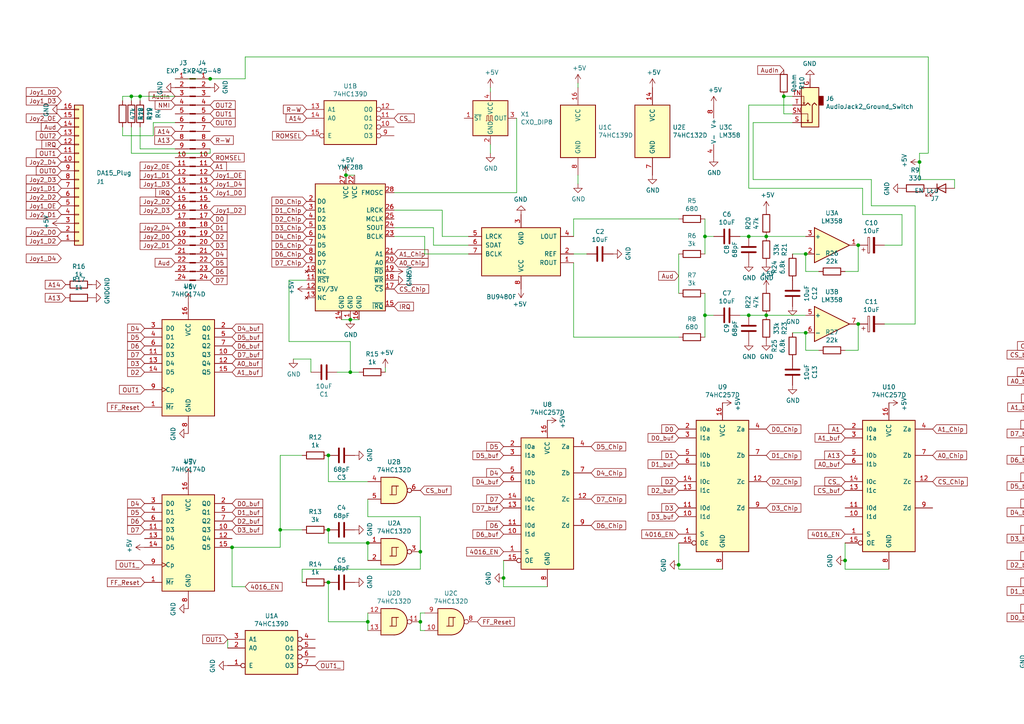
<source format=kicad_sch>
(kicad_sch (version 20230121) (generator eeschema)
  (paper "A4")
  (junction (at 106.68 157.48))
  (junction (at 40.64 27.94))
  (junction (at 81.28 153.67))
  (junction (at 100.33 50.8))
  (junction (at 248.92 71.12))
  (junction (at 196.85 163.83))
  (junction (at 233.68 73.66))
  (junction (at 121.92 160.02))
  (junction (at 266.7 46.99))
  (junction (at 245.11 162.56))
  (junction (at 121.92 180.34))
  (junction (at 227.33 27.94))
  (junction (at 204.47 91.44))
  (junction (at 106.68 180.34))
  (junction (at 222.25 91.44))
  (junction (at 248.92 93.98))
  (junction (at 95.25 153.67))
  (junction (at 300.99 194.31))
  (junction (at 300.99 191.77))
  (junction (at 204.47 68.58))
  (junction (at 95.25 132.08))
  (junction (at 233.68 96.52))
  (junction (at 300.99 196.85))
  (junction (at 95.25 168.91))
  (junction (at 60.96 22.86))
  (junction (at 67.31 158.75))
  (junction (at 217.17 91.44))
  (junction (at 101.6 107.95))
  (junction (at 217.17 68.58))
  (junction (at 146.05 167.64))
  (junction (at 101.6 92.71))
  (junction (at 38.1 27.94))
  (junction (at 222.25 68.58))
  (wire (pts (xy 217.17 91.44) (xy 222.25 91.44)))
  (wire (pts (xy 71.12 16.51) (xy 71.12 22.86)))
  (wire (pts (xy 166.37 63.5) (xy 166.37 68.58)))
  (wire (pts (xy 248.92 71.12) (xy 248.92 78.74)))
  (wire (pts (xy 123.19 73.66) (xy 135.89 73.66)))
  (wire (pts (xy 266.7 52.07) (xy 276.86 52.07)))
  (wire (pts (xy 217.17 30.48) (xy 229.87 30.48)))
  (wire (pts (xy 38.1 44.45) (xy 60.96 44.45)))
  (wire (pts (xy 114.3 55.88) (xy 149.86 55.88)))
  (wire (pts (xy 233.68 101.6) (xy 237.49 101.6)))
  (wire (pts (xy 38.1 27.94) (xy 38.1 29.21)))
  (wire (pts (xy 66.04 185.42) (xy 66.04 187.96)))
  (wire (pts (xy 121.92 177.8) (xy 121.92 180.34)))
  (wire (pts (xy 40.64 27.94) (xy 38.1 27.94)))
  (wire (pts (xy 101.6 99.06) (xy 101.6 107.95)))
  (wire (pts (xy 87.63 165.1) (xy 87.63 168.91)))
  (wire (pts (xy 300.99 194.31) (xy 300.99 196.85)))
  (wire (pts (xy 214.63 68.58) (xy 217.17 68.58)))
  (wire (pts (xy 101.6 107.95) (xy 104.14 107.95)))
  (wire (pts (xy 35.56 27.94) (xy 35.56 29.21)))
  (wire (pts (xy 196.85 165.1) (xy 209.55 165.1)))
  (wire (pts (xy 266.7 44.45) (xy 266.7 46.99)))
  (wire (pts (xy 111.76 106.68) (xy 111.76 107.95)))
  (wire (pts (xy 276.86 52.07) (xy 276.86 54.61)))
  (wire (pts (xy 245.11 157.48) (xy 245.11 162.56)))
  (wire (pts (xy 233.68 68.58) (xy 222.25 68.58)))
  (wire (pts (xy 95.25 157.48) (xy 106.68 157.48)))
  (wire (pts (xy 101.6 107.95) (xy 97.79 107.95)))
  (wire (pts (xy 40.64 36.83) (xy 40.64 43.18)))
  (wire (pts (xy 95.25 180.34) (xy 106.68 180.34)))
  (wire (pts (xy 229.87 35.56) (xy 218.44 35.56)))
  (wire (pts (xy 87.63 132.08) (xy 81.28 132.08)))
  (wire (pts (xy 106.68 177.8) (xy 106.68 180.34)))
  (wire (pts (xy 121.92 160.02) (xy 121.92 149.86)))
  (wire (pts (xy 67.31 170.18) (xy 71.12 170.18)))
  (wire (pts (xy 233.68 96.52) (xy 233.68 101.6)))
  (wire (pts (xy 149.86 55.88) (xy 149.86 34.29)))
  (wire (pts (xy 83.82 81.28) (xy 83.82 99.06)))
  (wire (pts (xy 265.43 93.98) (xy 256.54 93.98)))
  (wire (pts (xy 266.7 46.99) (xy 266.7 52.07)))
  (wire (pts (xy 104.14 92.71) (xy 101.6 92.71)))
  (wire (pts (xy 88.9 81.28) (xy 83.82 81.28)))
  (wire (pts (xy 300.99 196.85) (xy 300.99 199.39)))
  (wire (pts (xy 128.27 60.96) (xy 114.3 60.96)))
  (wire (pts (xy 300.99 191.77) (xy 300.99 194.31)))
  (wire (pts (xy 233.68 73.66) (xy 233.68 78.74)))
  (wire (pts (xy 196.85 163.83) (xy 196.85 165.1)))
  (wire (pts (xy 227.33 33.02) (xy 229.87 33.02)))
  (wire (pts (xy 81.28 153.67) (xy 81.28 158.75)))
  (wire (pts (xy 245.11 165.1) (xy 257.81 165.1)))
  (wire (pts (xy 233.68 96.52) (xy 229.87 96.52)))
  (wire (pts (xy 142.24 41.91) (xy 142.24 44.45)))
  (wire (pts (xy 67.31 158.75) (xy 67.31 170.18)))
  (wire (pts (xy 250.19 62.23) (xy 250.19 54.61)))
  (wire (pts (xy 217.17 54.61) (xy 217.17 30.48)))
  (wire (pts (xy 142.24 26.67) (xy 142.24 25.4)))
  (wire (pts (xy 106.68 139.7) (xy 95.25 139.7)))
  (wire (pts (xy 269.24 44.45) (xy 269.24 16.51)))
  (wire (pts (xy 40.64 43.18) (xy 50.8 43.18)))
  (wire (pts (xy 123.19 73.66) (xy 123.19 68.58)))
  (wire (pts (xy 204.47 85.09) (xy 204.47 91.44)))
  (wire (pts (xy 35.56 36.83) (xy 35.56 39.37)))
  (wire (pts (xy 166.37 97.79) (xy 166.37 76.2)))
  (wire (pts (xy 121.92 160.02) (xy 121.92 165.1)))
  (wire (pts (xy 71.12 22.86) (xy 60.96 22.86)))
  (wire (pts (xy 38.1 36.83) (xy 38.1 44.45)))
  (wire (pts (xy 83.82 99.06) (xy 101.6 99.06)))
  (wire (pts (xy 123.19 68.58) (xy 114.3 68.58)))
  (wire (pts (xy 50.8 22.86) (xy 60.96 22.86)))
  (wire (pts (xy 252.73 59.69) (xy 265.43 59.69)))
  (wire (pts (xy 252.73 52.07) (xy 252.73 59.69)))
  (wire (pts (xy 106.68 180.34) (xy 106.68 182.88)))
  (wire (pts (xy 121.92 180.34) (xy 121.92 182.88)))
  (wire (pts (xy 121.92 182.88) (xy 123.19 182.88)))
  (wire (pts (xy 40.64 27.94) (xy 40.64 29.21)))
  (wire (pts (xy 196.85 73.66) (xy 196.85 85.09)))
  (wire (pts (xy 44.45 39.37) (xy 44.45 35.56)))
  (wire (pts (xy 101.6 92.71) (xy 99.06 92.71)))
  (wire (pts (xy 214.63 91.44) (xy 217.17 91.44)))
  (wire (pts (xy 248.92 93.98) (xy 248.92 101.6)))
  (wire (pts (xy 204.47 68.58) (xy 204.47 73.66)))
  (wire (pts (xy 269.24 44.45) (xy 266.7 44.45)))
  (wire (pts (xy 81.28 158.75) (xy 67.31 158.75)))
  (wire (pts (xy 229.87 27.94) (xy 227.33 27.94)))
  (wire (pts (xy 38.1 27.94) (xy 35.56 27.94)))
  (wire (pts (xy 207.01 68.58) (xy 204.47 68.58)))
  (wire (pts (xy 217.17 68.58) (xy 222.25 68.58)))
  (wire (pts (xy 128.27 68.58) (xy 135.89 68.58)))
  (wire (pts (xy 166.37 97.79) (xy 196.85 97.79)))
  (wire (pts (xy 90.17 104.14) (xy 90.17 107.95)))
  (wire (pts (xy 265.43 59.69) (xy 265.43 93.98)))
  (wire (pts (xy 100.33 50.8) (xy 102.87 50.8)))
  (wire (pts (xy 245.11 162.56) (xy 245.11 165.1)))
  (wire (pts (xy 40.64 27.94) (xy 50.8 27.94)))
  (wire (pts (xy 44.45 35.56) (xy 50.8 35.56)))
  (wire (pts (xy 123.19 177.8) (xy 121.92 177.8)))
  (wire (pts (xy 217.17 54.61) (xy 250.19 54.61)))
  (wire (pts (xy 218.44 52.07) (xy 252.73 52.07)))
  (wire (pts (xy 95.25 139.7) (xy 95.25 132.08)))
  (wire (pts (xy 85.09 104.14) (xy 90.17 104.14)))
  (wire (pts (xy 125.73 71.12) (xy 135.89 71.12)))
  (wire (pts (xy 248.92 78.74) (xy 245.11 78.74)))
  (wire (pts (xy 167.64 24.13) (xy 167.64 25.4)))
  (wire (pts (xy 207.01 91.44) (xy 204.47 91.44)))
  (wire (pts (xy 106.68 149.86) (xy 106.68 144.78)))
  (wire (pts (xy 233.68 91.44) (xy 222.25 91.44)))
  (wire (pts (xy 167.64 50.8) (xy 167.64 53.34)))
  (wire (pts (xy 248.92 101.6) (xy 245.11 101.6)))
  (wire (pts (xy 121.92 149.86) (xy 106.68 149.86)))
  (wire (pts (xy 146.05 162.56) (xy 146.05 167.64)))
  (wire (pts (xy 261.62 62.23) (xy 250.19 62.23)))
  (wire (pts (xy 227.33 27.94) (xy 227.33 33.02)))
  (wire (pts (xy 87.63 153.67) (xy 81.28 153.67)))
  (wire (pts (xy 125.73 66.04) (xy 114.3 66.04)))
  (wire (pts (xy 233.68 78.74) (xy 237.49 78.74)))
  (wire (pts (xy 87.63 165.1) (xy 121.92 165.1)))
  (wire (pts (xy 261.62 62.23) (xy 261.62 71.12)))
  (wire (pts (xy 146.05 167.64) (xy 146.05 170.18)))
  (wire (pts (xy 35.56 39.37) (xy 44.45 39.37)))
  (wire (pts (xy 196.85 157.48) (xy 196.85 163.83)))
  (wire (pts (xy 204.47 63.5) (xy 204.47 68.58)))
  (wire (pts (xy 269.24 16.51) (xy 71.12 16.51)))
  (wire (pts (xy 204.47 91.44) (xy 204.47 97.79)))
  (wire (pts (xy 81.28 132.08) (xy 81.28 153.67)))
  (wire (pts (xy 125.73 71.12) (xy 125.73 66.04)))
  (wire (pts (xy 166.37 63.5) (xy 196.85 63.5)))
  (wire (pts (xy 95.25 168.91) (xy 95.25 180.34)))
  (wire (pts (xy 218.44 35.56) (xy 218.44 52.07)))
  (wire (pts (xy 170.18 73.66) (xy 166.37 73.66)))
  (wire (pts (xy 146.05 170.18) (xy 158.75 170.18)))
  (wire (pts (xy 106.68 162.56) (xy 106.68 157.48)))
  (wire (pts (xy 128.27 68.58) (xy 128.27 60.96)))
  (wire (pts (xy 60.96 44.45) (xy 60.96 43.18)))
  (wire (pts (xy 95.25 157.48) (xy 95.25 153.67)))
  (wire (pts (xy 261.62 71.12) (xy 256.54 71.12)))
  (wire (pts (xy 233.68 73.66) (xy 229.87 73.66)))
  (global_label "A1_Chip" (shape input) (at 323.85 110.49 0) (property "Intersheetrefs" "${INTERSHEET_REFS}" (effects hide)))
  (global_label "Joy1_D1" (shape input) (at 17.78 54.61 180) (property "Intersheetrefs" "${INTERSHEET_REFS}" (effects hide)))
  (global_label "Joy1_D2" (shape input) (at 17.78 69.85 180) (property "Intersheetrefs" "${INTERSHEET_REFS}" (effects hide)))
  (global_label "OUT1" (shape input) (at 41.91 113.03 180) (property "Intersheetrefs" "${INTERSHEET_REFS}" (effects hide)))
  (global_label "D7_Chip" (shape input) (at 171.45 144.78 0) (property "Intersheetrefs" "${INTERSHEET_REFS}" (effects hide)))
  (global_label "OUT1" (shape input) (at 17.78 44.45 180) (property "Intersheetrefs" "${INTERSHEET_REFS}" (effects hide)))
  (global_label "D3_Chip" (shape input) (at 323.85 123.19 0) (property "Intersheetrefs" "${INTERSHEET_REFS}" (effects hide)))
  (global_label "FF_Reset" (shape input) (at 41.91 168.91 180) (property "Intersheetrefs" "${INTERSHEET_REFS}" (effects hide)))
  (global_label "CS_buf" (shape input) (at 121.92 142.24 0) (property "Intersheetrefs" "${INTERSHEET_REFS}" (effects hide)))
  (global_label "A13" (shape input) (at 300.99 107.95 180) (property "Intersheetrefs" "${INTERSHEET_REFS}" (effects hide)))
  (global_label "D6_buf" (shape input) (at 146.05 154.94 180) (property "Intersheetrefs" "${INTERSHEET_REFS}" (effects hide)))
  (global_label "D4" (shape input) (at 41.91 146.05 180) (property "Intersheetrefs" "${INTERSHEET_REFS}" (effects hide)))
  (global_label "D5_buf" (shape input) (at 300.99 140.97 180) (property "Intersheetrefs" "${INTERSHEET_REFS}" (effects hide)))
  (global_label "R-W" (shape input) (at 88.9 31.75 180) (property "Intersheetrefs" "${INTERSHEET_REFS}" (effects hide)))
  (global_label "D4_buf" (shape input) (at 146.05 139.7 180) (property "Intersheetrefs" "${INTERSHEET_REFS}" (effects hide)))
  (global_label "A0_Chip" (shape input) (at 323.85 107.95 0) (property "Intersheetrefs" "${INTERSHEET_REFS}" (effects hide)))
  (global_label "D7_Chip" (shape input) (at 88.9 76.2 180) (property "Intersheetrefs" "${INTERSHEET_REFS}" (effects hide)))
  (global_label "D7_buf" (shape input) (at 67.31 102.87 0) (property "Intersheetrefs" "${INTERSHEET_REFS}" (effects hide)))
  (global_label "OUT0" (shape input) (at 60.96 35.56 0) (property "Intersheetrefs" "${INTERSHEET_REFS}" (effects hide)))
  (global_label "D0" (shape input) (at 300.99 176.53 180) (property "Intersheetrefs" "${INTERSHEET_REFS}" (effects hide)))
  (global_label "D7" (shape input) (at 41.91 153.67 180) (property "Intersheetrefs" "${INTERSHEET_REFS}" (effects hide)))
  (global_label "A13" (shape input) (at 19.05 86.36 180) (property "Intersheetrefs" "${INTERSHEET_REFS}" (effects hide)))
  (global_label "AudIn" (shape input) (at 227.33 20.32 180) (property "Intersheetrefs" "${INTERSHEET_REFS}" (effects hide)))
  (global_label "CS_" (shape input) (at 245.11 139.7 180) (property "Intersheetrefs" "${INTERSHEET_REFS}" (effects hide)))
  (global_label "4016_EN" (shape input) (at 71.12 170.18 0) (property "Intersheetrefs" "${INTERSHEET_REFS}" (effects hide)))
  (global_label "Joy2_OE" (shape input) (at 17.78 34.29 180) (property "Intersheetrefs" "${INTERSHEET_REFS}" (effects hide)))
  (global_label "D3_Chip" (shape input) (at 88.9 66.04 180) (property "Intersheetrefs" "${INTERSHEET_REFS}" (effects hide)))
  (global_label "4016_EN" (shape input) (at 245.11 154.94 180) (property "Intersheetrefs" "${INTERSHEET_REFS}" (effects hide)))
  (global_label "D5" (shape input) (at 146.05 129.54 180) (property "Intersheetrefs" "${INTERSHEET_REFS}" (effects hide)))
  (global_label "A14" (shape input) (at 19.05 82.55 180) (property "Intersheetrefs" "${INTERSHEET_REFS}" (effects hide)))
  (global_label "D5_Chip" (shape input) (at 88.9 71.12 180) (property "Intersheetrefs" "${INTERSHEET_REFS}" (effects hide)))
  (global_label "Joy1_D2" (shape input) (at 60.96 60.96 0) (property "Intersheetrefs" "${INTERSHEET_REFS}" (effects hide)))
  (global_label "4016_EN" (shape input) (at 323.85 138.43 0) (property "Intersheetrefs" "${INTERSHEET_REFS}" (effects hide)))
  (global_label "OUT2" (shape input) (at 60.96 30.48 0) (property "Intersheetrefs" "${INTERSHEET_REFS}" (effects hide)))
  (global_label "D1_buf" (shape input) (at 300.99 171.45 180) (property "Intersheetrefs" "${INTERSHEET_REFS}" (effects hide)))
  (global_label "D0_Chip" (shape input) (at 323.85 130.81 0) (property "Intersheetrefs" "${INTERSHEET_REFS}" (effects hide)))
  (global_label "D4" (shape input) (at 146.05 137.16 180) (property "Intersheetrefs" "${INTERSHEET_REFS}" (effects hide)))
  (global_label "Joy1_OE" (shape input) (at 60.96 50.8 0) (property "Intersheetrefs" "${INTERSHEET_REFS}" (effects hide)))
  (global_label "D2_Chip" (shape input) (at 323.85 125.73 0) (property "Intersheetrefs" "${INTERSHEET_REFS}" (effects hide)))
  (global_label "D4" (shape input) (at 300.99 146.05 180) (property "Intersheetrefs" "${INTERSHEET_REFS}" (effects hide)))
  (global_label "CS_" (shape input) (at 300.99 100.33 180) (property "Intersheetrefs" "${INTERSHEET_REFS}" (effects hide)))
  (global_label "D5_Chip" (shape input) (at 171.45 129.54 0) (property "Intersheetrefs" "${INTERSHEET_REFS}" (effects hide)))
  (global_label "CS_buf" (shape input) (at 245.11 142.24 180) (property "Intersheetrefs" "${INTERSHEET_REFS}" (effects hide)))
  (global_label "Joy2_D4" (shape input) (at 17.78 46.99 180) (property "Intersheetrefs" "${INTERSHEET_REFS}" (effects hide)))
  (global_label "A14" (shape input) (at 50.8 38.1 180) (property "Intersheetrefs" "${INTERSHEET_REFS}" (effects hide)))
  (global_label "A1" (shape input) (at 60.96 48.26 0) (property "Intersheetrefs" "${INTERSHEET_REFS}" (effects hide)))
  (global_label "R-W" (shape input) (at 60.96 40.64 0) (property "Intersheetrefs" "${INTERSHEET_REFS}" (effects hide)))
  (global_label "Joy1_D0" (shape input) (at 60.96 55.88 0) (property "Intersheetrefs" "${INTERSHEET_REFS}" (effects hide)))
  (global_label "A0_buf" (shape input) (at 245.11 134.62 180) (property "Intersheetrefs" "${INTERSHEET_REFS}" (effects hide)))
  (global_label "D1" (shape input) (at 196.85 132.08 180) (property "Intersheetrefs" "${INTERSHEET_REFS}" (effects hide)))
  (global_label "D7_buf" (shape input) (at 300.99 125.73 180) (property "Intersheetrefs" "${INTERSHEET_REFS}" (effects hide)))
  (global_label "D4_Chip" (shape input) (at 88.9 68.58 180) (property "Intersheetrefs" "${INTERSHEET_REFS}" (effects hide)))
  (global_label "Joy1_D4" (shape input) (at 60.96 53.34 0) (property "Intersheetrefs" "${INTERSHEET_REFS}" (effects hide)))
  (global_label "D4" (shape input) (at 41.91 95.25 180) (property "Intersheetrefs" "${INTERSHEET_REFS}" (effects hide)))
  (global_label "D5" (shape input) (at 41.91 148.59 180) (property "Intersheetrefs" "${INTERSHEET_REFS}" (effects hide)))
  (global_label "Aud" (shape input) (at 50.8 76.2 180) (property "Intersheetrefs" "${INTERSHEET_REFS}" (effects hide)))
  (global_label "AudIn" (shape input) (at 50.8 27.94 180) (property "Intersheetrefs" "${INTERSHEET_REFS}" (effects hide)))
  (global_label "Aud" (shape input) (at 196.85 80.01 180) (property "Intersheetrefs" "${INTERSHEET_REFS}" (effects hide)))
  (global_label "D3_buf" (shape input) (at 196.85 149.86 180) (property "Intersheetrefs" "${INTERSHEET_REFS}" (effects hide)))
  (global_label "A0_buf" (shape input) (at 67.31 105.41 0) (property "Intersheetrefs" "${INTERSHEET_REFS}" (effects hide)))
  (global_label "FF_Reset" (shape input) (at 138.43 180.34 0) (property "Intersheetrefs" "${INTERSHEET_REFS}" (effects hide)))
  (global_label "D7" (shape input) (at 300.99 123.19 180) (property "Intersheetrefs" "${INTERSHEET_REFS}" (effects hide)))
  (global_label "D5_buf" (shape input) (at 146.05 132.08 180) (property "Intersheetrefs" "${INTERSHEET_REFS}" (effects hide)))
  (global_label "A1_buf" (shape input) (at 300.99 118.11 180) (property "Intersheetrefs" "${INTERSHEET_REFS}" (effects hide)))
  (global_label "Joy1_D1" (shape input) (at 50.8 50.8 180) (property "Intersheetrefs" "${INTERSHEET_REFS}" (effects hide)))
  (global_label "CS_Chip" (shape input) (at 114.3 83.82 0) (property "Intersheetrefs" "${INTERSHEET_REFS}" (effects hide)))
  (global_label "D5" (shape input) (at 60.96 76.2 0) (property "Intersheetrefs" "${INTERSHEET_REFS}" (effects hide)))
  (global_label "OUT1_" (shape input) (at 91.44 193.04 0) (property "Intersheetrefs" "${INTERSHEET_REFS}" (effects hide)))
  (global_label "D0" (shape input) (at 196.85 124.46 180) (property "Intersheetrefs" "${INTERSHEET_REFS}" (effects hide)))
  (global_label "D5" (shape input) (at 300.99 138.43 180) (property "Intersheetrefs" "${INTERSHEET_REFS}" (effects hide)))
  (global_label "D2" (shape input) (at 300.99 161.29 180) (property "Intersheetrefs" "${INTERSHEET_REFS}" (effects hide)))
  (global_label "D6" (shape input) (at 60.96 78.74 0) (property "Intersheetrefs" "${INTERSHEET_REFS}" (effects hide)))
  (global_label "D0_buf" (shape input) (at 196.85 127 180) (property "Intersheetrefs" "${INTERSHEET_REFS}" (effects hide)))
  (global_label "D5_buf" (shape input) (at 67.31 97.79 0) (property "Intersheetrefs" "${INTERSHEET_REFS}" (effects hide)))
  (global_label "FF_Reset" (shape input) (at 41.91 118.11 180) (property "Intersheetrefs" "${INTERSHEET_REFS}" (effects hide)))
  (global_label "D7" (shape input) (at 146.05 144.78 180) (property "Intersheetrefs" "${INTERSHEET_REFS}" (effects hide)))
  (global_label "D4" (shape input) (at 60.96 73.66 0) (property "Intersheetrefs" "${INTERSHEET_REFS}" (effects hide)))
  (global_label "CS_" (shape input) (at 114.3 34.29 0) (property "Intersheetrefs" "${INTERSHEET_REFS}" (effects hide)))
  (global_label "4016_EN" (shape input) (at 196.85 154.94 180) (property "Intersheetrefs" "${INTERSHEET_REFS}" (effects hide)))
  (global_label "Joy2_D4" (shape input) (at 50.8 66.04 180) (property "Intersheetrefs" "${INTERSHEET_REFS}" (effects hide)))
  (global_label "D1_Chip" (shape input) (at 222.25 132.08 0) (property "Intersheetrefs" "${INTERSHEET_REFS}" (effects hide)))
  (global_label "OUT1_" (shape input) (at 41.91 163.83 180) (property "Intersheetrefs" "${INTERSHEET_REFS}" (effects hide)))
  (global_label "D3" (shape input) (at 60.96 71.12 0) (property "Intersheetrefs" "${INTERSHEET_REFS}" (effects hide)))
  (global_label "D5_Chip" (shape input) (at 323.85 118.11 0) (property "Intersheetrefs" "${INTERSHEET_REFS}" (effects hide)))
  (global_label "Joy2_D1" (shape input) (at 50.8 71.12 180) (property "Intersheetrefs" "${INTERSHEET_REFS}" (effects hide)))
  (global_label "CS_buf" (shape input) (at 300.99 102.87 180) (property "Intersheetrefs" "${INTERSHEET_REFS}" (effects hide)))
  (global_label "ROMSEL" (shape input) (at 88.9 39.37 180) (property "Intersheetrefs" "${INTERSHEET_REFS}" (effects hide)))
  (global_label "D1_buf" (shape input) (at 196.85 134.62 180) (property "Intersheetrefs" "${INTERSHEET_REFS}" (effects hide)))
  (global_label "D6" (shape input) (at 300.99 130.81 180) (property "Intersheetrefs" "${INTERSHEET_REFS}" (effects hide)))
  (global_label "Joy2_D2" (shape input) (at 50.8 58.42 180) (property "Intersheetrefs" "${INTERSHEET_REFS}" (effects hide)))
  (global_label "CS_Chip" (shape input) (at 270.51 139.7 0) (property "Intersheetrefs" "${INTERSHEET_REFS}" (effects hide)))
  (global_label "A0_Chip" (shape input) (at 114.3 76.2 0) (property "Intersheetrefs" "${INTERSHEET_REFS}" (effects hide)))
  (global_label "Joy2_OE" (shape input) (at 50.8 48.26 180) (property "Intersheetrefs" "${INTERSHEET_REFS}" (effects hide)))
  (global_label "OUT0" (shape input) (at 17.78 49.53 180) (property "Intersheetrefs" "${INTERSHEET_REFS}" (effects hide)))
  (global_label "D0_Chip" (shape input) (at 222.25 124.46 0) (property "Intersheetrefs" "${INTERSHEET_REFS}" (effects hide)))
  (global_label "ROMSEL" (shape input) (at 60.96 45.72 0) (property "Intersheetrefs" "${INTERSHEET_REFS}" (effects hide)))
  (global_label "A1_Chip" (shape input) (at 270.51 124.46 0) (property "Intersheetrefs" "${INTERSHEET_REFS}" (effects hide)))
  (global_label "A1_Chip" (shape input) (at 114.3 73.66 0) (property "Intersheetrefs" "${INTERSHEET_REFS}" (effects hide)))
  (global_label "A1" (shape input) (at 245.11 124.46 180) (property "Intersheetrefs" "${INTERSHEET_REFS}" (effects hide)))
  (global_label "Joy1_D3" (shape input) (at 17.78 29.21 180) (property "Intersheetrefs" "${INTERSHEET_REFS}" (effects hide)))
  (global_label "D0_Chip" (shape input) (at 88.9 58.42 180) (property "Intersheetrefs" "${INTERSHEET_REFS}" (effects hide)))
  (global_label "D6" (shape input) (at 41.91 100.33 180) (property "Intersheetrefs" "${INTERSHEET_REFS}" (effects hide)))
  (global_label "D6" (shape input) (at 41.91 151.13 180) (property "Intersheetrefs" "${INTERSHEET_REFS}" (effects hide)))
  (global_label "D2_buf" (shape input) (at 67.31 151.13 0) (property "Intersheetrefs" "${INTERSHEET_REFS}" (effects hide)))
  (global_label "D6_buf" (shape input) (at 67.31 100.33 0) (property "Intersheetrefs" "${INTERSHEET_REFS}" (effects hide)))
  (global_label "D1_Chip" (shape input) (at 88.9 60.96 180) (property "Intersheetrefs" "${INTERSHEET_REFS}" (effects hide)))
  (global_label "Joy2_D3" (shape input) (at 17.78 52.07 180) (property "Intersheetrefs" "${INTERSHEET_REFS}" (effects hide)))
  (global_label "OUT1" (shape input) (at 66.04 185.42 180) (property "Intersheetrefs" "${INTERSHEET_REFS}" (effects hide)))
  (global_label "4016_EN" (shape input) (at 146.05 160.02 180) (property "Intersheetrefs" "${INTERSHEET_REFS}" (effects hide)))
  (global_label "D2" (shape input) (at 60.96 68.58 0) (property "Intersheetrefs" "${INTERSHEET_REFS}" (effects hide)))
  (global_label "D6_buf" (shape input) (at 300.99 133.35 180) (property "Intersheetrefs" "${INTERSHEET_REFS}" (effects hide)))
  (global_label "A1_buf" (shape input) (at 245.11 127 180) (property "Intersheetrefs" "${INTERSHEET_REFS}" (effects hide)))
  (global_label "Joy1_D0" (shape input) (at 17.78 26.67 180) (property "Intersheetrefs" "${INTERSHEET_REFS}" (effects hide)))
  (global_label "D1_buf" (shape input) (at 67.31 148.59 0) (property "Intersheetrefs" "${INTERSHEET_REFS}" (effects hide)))
  (global_label "D7" (shape input) (at 60.96 81.28 0) (property "Intersheetrefs" "${INTERSHEET_REFS}" (effects hide)))
  (global_label "IRQ" (shape input) (at 17.78 41.91 180) (property "Intersheetrefs" "${INTERSHEET_REFS}" (effects hide)))
  (global_label "Joy2_D2" (shape input) (at 17.78 57.15 180) (property "Intersheetrefs" "${INTERSHEET_REFS}" (effects hide)))
  (global_label "D7_Chip" (shape input) (at 323.85 113.03 0) (property "Intersheetrefs" "${INTERSHEET_REFS}" (effects hide)))
  (global_label "Joy1_OE" (shape input) (at 17.78 59.69 180) (property "Intersheetrefs" "${INTERSHEET_REFS}" (effects hide)))
  (global_label "D1" (shape input) (at 60.96 66.04 0) (property "Intersheetrefs" "${INTERSHEET_REFS}" (effects hide)))
  (global_label "D4_Chip" (shape input) (at 171.45 137.16 0) (property "Intersheetrefs" "${INTERSHEET_REFS}" (effects hide)))
  (global_label "D2" (shape input) (at 41.91 107.95 180) (property "Intersheetrefs" "${INTERSHEET_REFS}" (effects hide)))
  (global_label "A1" (shape input) (at 300.99 115.57 180) (property "Intersheetrefs" "${INTERSHEET_REFS}" (effects hide)))
  (global_label "OUT2" (shape input) (at 17.78 39.37 180) (property "Intersheetrefs" "${INTERSHEET_REFS}" (effects hide)))
  (global_label "D0" (shape input) (at 60.96 63.5 0) (property "Intersheetrefs" "${INTERSHEET_REFS}" (effects hide)))
  (global_label "D6_Chip" (shape input) (at 88.9 73.66 180) (property "Intersheetrefs" "${INTERSHEET_REFS}" (effects hide)))
  (global_label "NMI" (shape input) (at 50.8 30.48 180) (property "Intersheetrefs" "${INTERSHEET_REFS}" (effects hide)))
  (global_label "Joy1_D4" (shape input) (at 17.78 74.93 180) (property "Intersheetrefs" "${INTERSHEET_REFS}" (effects hide)))
  (global_label "A14" (shape input) (at 88.9 34.29 180) (property "Intersheetrefs" "${INTERSHEET_REFS}" (effects hide)))
  (global_label "D3" (shape input) (at 300.99 153.67 180) (property "Intersheetrefs" "${INTERSHEET_REFS}" (effects hide)))
  (global_label "IRQ" (shape input) (at 50.8 55.88 180) (property "Intersheetrefs" "${INTERSHEET_REFS}" (effects hide)))
  (global_label "Joy1_D3" (shape input) (at 50.8 53.34 180) (property "Intersheetrefs" "${INTERSHEET_REFS}" (effects hide)))
  (global_label "Joy2_D0" (shape input) (at 17.78 67.31 180) (property "Intersheetrefs" "${INTERSHEET_REFS}" (effects hide)))
  (global_label "D2_Chip" (shape input) (at 88.9 63.5 180) (property "Intersheetrefs" "${INTERSHEET_REFS}" (effects hide)))
  (global_label "CS_Chip" (shape input) (at 323.85 105.41 0) (property "Intersheetrefs" "${INTERSHEET_REFS}" (effects hide)))
  (global_label "D6_Chip" (shape input) (at 323.85 115.57 0) (property "Intersheetrefs" "${INTERSHEET_REFS}" (effects hide)))
  (global_label "Joy2_D0" (shape input) (at 50.8 68.58 180) (property "Intersheetrefs" "${INTERSHEET_REFS}" (effects hide)))
  (global_label "D4_Chip" (shape input) (at 323.85 120.65 0) (property "Intersheetrefs" "${INTERSHEET_REFS}" (effects hide)))
  (global_label "D3" (shape input) (at 41.91 105.41 180) (property "Intersheetrefs" "${INTERSHEET_REFS}" (effects hide)))
  (global_label "D3_buf" (shape input) (at 67.31 153.67 0) (property "Intersheetrefs" "${INTERSHEET_REFS}" (effects hide)))
  (global_label "D6" (shape input) (at 146.05 152.4 180) (property "Intersheetrefs" "${INTERSHEET_REFS}" (effects hide)))
  (global_label "OUT1" (shape input) (at 60.96 33.02 0) (property "Intersheetrefs" "${INTERSHEET_REFS}" (effects hide)))
  (global_label "D6_Chip" (shape input) (at 171.45 152.4 0) (property "Intersheetrefs" "${INTERSHEET_REFS}" (effects hide)))
  (global_label "D7_buf" (shape input) (at 146.05 147.32 180) (property "Intersheetrefs" "${INTERSHEET_REFS}" (effects hide)))
  (global_label "D3" (shape input) (at 196.85 147.32 180) (property "Intersheetrefs" "${INTERSHEET_REFS}" (effects hide)))
  (global_label "D5" (shape input) (at 41.91 97.79 180) (property "Intersheetrefs" "${INTERSHEET_REFS}" (effects hide)))
  (global_label "IRQ" (shape input) (at 114.3 88.9 0) (property "Intersheetrefs" "${INTERSHEET_REFS}" (effects hide)))
  (global_label "D1" (shape input) (at 300.99 168.91 180) (property "Intersheetrefs" "${INTERSHEET_REFS}" (effects hide)))
  (global_label "Joy2_D3" (shape input) (at 50.8 60.96 180) (property "Intersheetrefs" "${INTERSHEET_REFS}" (effects hide)))
  (global_label "D7" (shape input) (at 41.91 102.87 180) (property "Intersheetrefs" "${INTERSHEET_REFS}" (effects hide)))
  (global_label "D1_Chip" (shape input) (at 323.85 128.27 0) (property "Intersheetrefs" "${INTERSHEET_REFS}" (effects hide)))
  (global_label "D4_buf" (shape input) (at 300.99 148.59 180) (property "Intersheetrefs" "${INTERSHEET_REFS}" (effects hide)))
  (global_label "A13" (shape input) (at 50.8 40.64 180) (property "Intersheetrefs" "${INTERSHEET_REFS}" (effects hide)))
  (global_label "A1_buf" (shape input) (at 67.31 107.95 0) (property "Intersheetrefs" "${INTERSHEET_REFS}" (effects hide)))
  (global_label "A0_Chip" (shape input) (at 270.51 132.08 0) (property "Intersheetrefs" "${INTERSHEET_REFS}" (effects hide)))
  (global_label "D2" (shape input) (at 196.85 139.7 180) (property "Intersheetrefs" "${INTERSHEET_REFS}" (effects hide)))
  (global_label "A0_buf" (shape input) (at 300.99 110.49 180) (property "Intersheetrefs" "${INTERSHEET_REFS}" (effects hide)))
  (global_label "D2_Chip" (shape input) (at 222.25 139.7 0) (property "Intersheetrefs" "${INTERSHEET_REFS}" (effects hide)))
  (global_label "A13" (shape input) (at 245.11 132.08 180) (property "Intersheetrefs" "${INTERSHEET_REFS}" (effects hide)))
  (global_label "Joy2_D1" (shape input) (at 17.78 62.23 180) (property "Intersheetrefs" "${INTERSHEET_REFS}" (effects hide)))
  (global_label "D2_buf" (shape input) (at 196.85 142.24 180) (property "Intersheetrefs" "${INTERSHEET_REFS}" (effects hide)))
  (global_label "D4_buf" (shape input) (at 67.31 95.25 0) (property "Intersheetrefs" "${INTERSHEET_REFS}" (effects hide)))
  (global_label "D3_Chip" (shape input) (at 222.25 147.32 0) (property "Intersheetrefs" "${INTERSHEET_REFS}" (effects hide)))
  (global_label "D0_buf" (shape input) (at 300.99 179.07 180) (property "Intersheetrefs" "${INTERSHEET_REFS}" (effects hide)))
  (global_label "D2_buf" (shape input) (at 300.99 163.83 180) (property "Intersheetrefs" "${INTERSHEET_REFS}" (effects hide)))
  (global_label "D0_buf" (shape input) (at 67.31 146.05 0) (property "Intersheetrefs" "${INTERSHEET_REFS}" (effects hide)))
  (global_label "D3_buf" (shape input) (at 300.99 156.21 180) (property "Intersheetrefs" "${INTERSHEET_REFS}" (effects hide)))
  (global_label "Aud" (shape input) (at 17.78 36.83 180) (property "Intersheetrefs" "${INTERSHEET_REFS}" (effects hide)))
  (symbol (lib_id "NES Sound Expansion OPNA:YMF288") (at 101.6 81.28 0) (unit 1)
    (property "Reference" "YMF288" (effects hide))
    (property "Value" "YMF288" (at 101.6 48.514 0))
    (property "Footprint" "Nes Sound Expansion OPNA:YMF288" (effects hide))
    (property "Datasheet" "http://www.ym2149.com/ym2149.pdf" (effects hide))
  )
  (symbol (lib_id "Connector:Conn_01x24_Male") (at 55.88 50.8 0) (unit 1)
    (property "Reference" "J4" (at 58.6232 18.2626 0))
    (property "Value" "EXP 25-48" (at 58.6232 20.574 0))
    (property "Footprint" "Connector_PinHeader_2.54mm:PinHeader_1x24_P2.54mm_Vertical" (effects hide))
  )
  (symbol (lib_id "Connector:Conn_01x24_Male") (at 55.88 50.8 0) (mirror y) (unit 1)
    (property "Reference" "J3" (at 53.1368 18.2626 0))
    (property "Value" "EXP 1-24" (at 53.1368 20.574 0))
    (property "Footprint" "Connector_PinHeader_2.54mm:PinHeader_1x24_P2.54mm_Vertical" (effects hide))
  )
  (symbol (lib_id "power:GND") (at 101.6 92.71 0) (unit 1)
    (property "Reference" "#PWR0101" (effects hide))
    (property "Value" "GND" (at 101.727 97.1042 0))
  )
  (symbol (lib_id "NES Sound Expansion OPNA:BU9480F") (at 151.13 63.5 180) (unit 1)
    (property "Reference" "BU9480F1" (effects hide))
    (property "Value" "BU9480F" (at 145.415 86.106 0))
    (property "Footprint" "Package_SO:SOIC-8_3.9x4.9mm_P1.27mm" (effects hide))
    (property "Datasheet" "https://www.analog.com/media/en/technical-documentation/data-sheets/DAC08.pdf" (effects hide))
  )
  (symbol (lib_id "power:+5V") (at 151.13 83.82 180) (unit 1)
    (property "Reference" "#PWR0103" (effects hide))
    (property "Value" "+5V" (at 150.749 88.2142 0))
  )
  (symbol (lib_id "power:+5V") (at 100.33 50.8 0) (unit 1)
    (property "Reference" "#PWR03" (effects hide))
    (property "Value" "+5V" (at 100.711 46.4058 0))
  )
  (symbol (lib_id "power:GND") (at 85.09 104.14 0) (unit 1)
    (property "Reference" "#PWR04" (effects hide))
    (property "Value" "GND" (at 85.217 108.5342 0))
  )
  (symbol (lib_id "74xx:74LS139") (at 78.74 187.96 0) (unit 1)
    (property "Reference" "U1" (at 78.74 178.6382 0))
    (property "Value" "74HC139D" (at 78.74 180.9496 0))
    (property "Footprint" "Package_SO:SOIC-16_3.9x9.9mm_P1.27mm" (effects hide))
    (property "Datasheet" "http://www.ti.com/lit/ds/symlink/sn74ls139a.pdf" (effects hide))
    (property "Sim.Device" "SPICE" (effects hide))
    (property "Sim.Params" "type=\"X\" model=\"74HC139\" lib=\"C:\\Users\\Perkka\\Documents\\Kicad\\Models\\uncategorized\\Bordodynovs Electronics Lib\\sub\\74hc.lib\"" (effects hide))
    (property "Sim.Pins" "1=1 2=2 3=3 4=4 5=5 6=6 7=7 8=8 9=9 10=10 11=11 12=12 13=13 14=14 15=15 16=16" (effects hide))
  )
  (symbol (lib_id "74xx:74LS139") (at 167.64 38.1 0) (unit 3)
    (property "Reference" "U1" (at 173.482 36.9316 0) (effects (justify left)))
    (property "Value" "74HC139D" (at 173.482 39.243 0) (effects (justify left)))
    (property "Footprint" "Package_SO:SOIC-16_3.9x9.9mm_P1.27mm" (effects hide))
    (property "Datasheet" "http://www.ti.com/lit/ds/symlink/sn74ls139a.pdf" (effects hide))
  )
  (symbol (lib_id "74xx:74LS139") (at 101.6 34.29 0) (unit 2)
    (property "Reference" "U1" (at 101.6 24.9682 0))
    (property "Value" "74HC139D" (at 101.6 27.2796 0))
    (property "Footprint" "Package_SO:SOIC-16_3.9x9.9mm_P1.27mm" (effects hide))
    (property "Datasheet" "http://www.ti.com/lit/ds/symlink/sn74ls139a.pdf" (effects hide))
  )
  (symbol (lib_id "power:GND") (at 167.64 53.34 0) (unit 1)
    (property "Reference" "#PWR02" (effects hide))
    (property "Value" "GND" (at 167.767 57.7342 0))
  )
  (symbol (lib_id "Device:C") (at 93.98 107.95 270) (unit 1)
    (property "Reference" "C1" (at 93.98 114.3508 90))
    (property "Value" "10uF" (at 93.98 112.0394 90))
    (property "Footprint" "Capacitor_SMD:C_0805_2012Metric" (effects hide))
  )
  (symbol (lib_id "power:+5V") (at 111.76 106.68 0) (unit 1)
    (property "Reference" "#PWR05" (effects hide))
    (property "Value" "+5V" (at 112.141 102.2858 0))
  )
  (symbol (lib_id "power:+5V") (at 167.64 24.13 0) (unit 1)
    (property "Reference" "#PWR01" (effects hide))
    (property "Value" "+5V" (at 168.021 19.7358 0))
  )
  (symbol (lib_id "Oscillator:SG-5032CAN") (at 142.24 34.29 0) (unit 1)
    (property "Reference" "X1" (at 150.9776 33.1216 0) (effects (justify left)))
    (property "Value" "CXO_DIP8" (at 150.9776 35.433 0) (effects (justify left)))
    (property "Footprint" "Oscillator:Oscillator_SMD_SeikoEpson_SG8002LB-4Pin_5.0x3.2mm" (effects hide))
    (property "Datasheet" "http://cdn-reichelt.de/documents/datenblatt/B400/OSZI.pdf" (effects hide))
  )
  (symbol (lib_id "power:+5V") (at 142.24 25.4 0) (unit 1)
    (property "Reference" "#PWR06" (effects hide))
    (property "Value" "+5V" (at 142.621 21.0058 0))
  )
  (symbol (lib_id "power:GND") (at 142.24 44.45 0) (unit 1)
    (property "Reference" "#PWR07" (effects hide))
    (property "Value" "GND" (at 142.367 48.8442 0))
  )
  (symbol (lib_id "Nes-Sound-Expansion-rescue:CP-Device") (at 252.73 71.12 90) (unit 1)
    (property "Reference" "C10" (at 252.73 64.643 90))
    (property "Value" "10uF" (at 252.73 66.9544 90))
    (property "Footprint" "Capacitor_SMD:CP_Elec_4x5.3" (effects hide))
  )
  (symbol (lib_id "Device:R") (at 200.66 63.5 270) (unit 1)
    (property "Reference" "R5" (at 200.66 58.2422 90))
    (property "Value" "680" (at 200.66 60.5536 90))
    (property "Footprint" "Resistor_SMD:R_0603_1608Metric" (effects hide))
  )
  (symbol (lib_id "Device:R") (at 200.66 73.66 270) (unit 1)
    (property "Reference" "R6" (at 200.66 68.4022 90))
    (property "Value" "3k" (at 200.66 70.7136 90))
    (property "Footprint" "Resistor_SMD:R_0603_1608Metric" (effects hide))
  )
  (symbol (lib_id "Device:R") (at 200.66 85.09 270) (unit 1)
    (property "Reference" "R7" (at 200.66 79.8322 90))
    (property "Value" "3k" (at 200.66 82.1436 90))
    (property "Footprint" "Resistor_SMD:R_0603_1608Metric" (effects hide))
  )
  (symbol (lib_id "Device:R") (at 200.66 97.79 270) (unit 1)
    (property "Reference" "R8" (at 200.66 92.5322 90))
    (property "Value" "680" (at 200.66 94.8436 90))
    (property "Footprint" "Resistor_SMD:R_0603_1608Metric" (effects hide))
  )
  (symbol (lib_id "Nes-Sound-Expansion-rescue:CP-Device") (at 252.73 93.98 90) (unit 1)
    (property "Reference" "C11" (at 252.73 87.503 90))
    (property "Value" "10uF" (at 252.73 89.8144 90))
    (property "Footprint" "Capacitor_SMD:CP_Elec_4x5.3" (effects hide))
  )
  (symbol (lib_id "power:GND") (at 151.13 62.23 180) (unit 1)
    (property "Reference" "#PWR0114" (effects hide))
    (property "Value" "GND" (at 151.003 57.8358 0))
  )
  (symbol (lib_id "power:+5V") (at 266.7 46.99 90) (unit 1)
    (property "Reference" "#PWR0118" (effects hide))
    (property "Value" "+5V" (at 262.3058 46.609 0))
  )
  (symbol (lib_id "Device:LED") (at 273.05 54.61 0) (unit 1)
    (property "Reference" "J7" (at 272.3388 57.6072 0) (effects (justify right)))
    (property "Value" "EN LED" (at 272.3388 55.2958 0) (effects (justify right)))
    (property "Footprint" "LED_SMD:LED_0805_2012Metric" (effects hide))
  )
  (symbol (lib_id "Device:R") (at 265.43 54.61 270) (unit 1)
    (property "Reference" "R9" (at 265.43 49.3522 90))
    (property "Value" "330" (at 265.43 51.6636 90))
    (property "Footprint" "Resistor_SMD:R_0603_1608Metric" (effects hide))
  )
  (symbol (lib_id "power:GND") (at 261.62 54.61 270) (unit 1)
    (property "Reference" "#PWR0121" (effects hide))
    (property "Value" "GND" (at 257.2258 54.737 0))
  )
  (symbol (lib_id "power:GND") (at 50.8 25.4 270) (unit 1)
    (property "Reference" "#PWR0119" (effects hide))
    (property "Value" "GND" (at 46.4058 25.527 0))
  )
  (symbol (lib_id "74xx:74LS257") (at 158.75 144.78 0) (unit 1)
    (property "Reference" "U8" (at 158.75 117.3226 0))
    (property "Value" "74HC257D" (at 158.75 119.634 0))
    (property "Footprint" "Package_SO:SOIC-16_3.9x9.9mm_P1.27mm" (effects hide))
    (property "Datasheet" "http://www.ti.com/lit/gpn/sn74LS257" (effects hide))
    (property "Sim.Device" "SPICE" (effects hide))
    (property "Sim.Params" "type=\"X\" model=\"74HC257\" lib=\"C:\\Users\\Perkka\\Documents\\Kicad\\Models\\uncategorized\\Bordodynovs Electronics Lib\\sub\\74hc.lib\"" (effects hide))
    (property "Sim.Pins" "1=1 2=2 3=3 4=4 5=5 6=6 7=7 8=8 9=9 10=10 11=11 12=12 13=13 14=14 15=15 16=16" (effects hide))
  )
  (symbol (lib_id "74xx:74LS174") (at 54.61 105.41 0) (unit 1)
    (property "Reference" "U6" (at 54.61 83.0326 0))
    (property "Value" "74HC174D" (at 54.61 85.344 0))
    (property "Footprint" "Package_SO:SOIC-16_3.9x9.9mm_P1.27mm" (effects hide))
    (property "Datasheet" "http://www.ti.com/lit/gpn/sn74LS174" (effects hide))
    (property "Sim.Device" "SPICE" (effects hide))
    (property "Sim.Params" "type=\"X\" model=\"74HC174\" lib=\"C:\\Users\\Perkka\\Documents\\Kicad\\Models\\Digital Logic\\74HC.LIB\"" (effects hide))
    (property "Sim.Pins" "1=1 2=2 3=3 4=4 5=5 6=6 7=7 8=8 9=9 10=10 11=11 12=12 13=13 14=14 15=15 16=16" (effects hide))
  )
  (symbol (lib_id "74xx:74LS174") (at 54.61 156.21 0) (unit 1)
    (property "Reference" "U7" (at 54.61 133.8326 0))
    (property "Value" "74HC174D" (at 54.61 136.144 0))
    (property "Footprint" "Package_SO:SOIC-16_3.9x9.9mm_P1.27mm" (effects hide))
    (property "Datasheet" "http://www.ti.com/lit/gpn/sn74LS174" (effects hide))
    (property "Sim.Device" "SPICE" (effects hide))
    (property "Sim.Params" "type=\"X\" model=\"74HC174\" lib=\"C:\\Users\\Perkka\\Documents\\Kicad\\Models\\Digital Logic\\74HC.LIB\"" (effects hide))
    (property "Sim.Pins" "1=1 2=2 3=3 4=4 5=5 6=6 7=7 8=8 9=9 10=10 11=11 12=12 13=13 14=14 15=15 16=16" (effects hide))
  )
  (symbol (lib_id "74xx:74LS257") (at 209.55 139.7 0) (unit 1)
    (property "Reference" "U9" (at 209.55 112.2426 0))
    (property "Value" "74HC257D" (at 209.55 114.554 0))
    (property "Footprint" "Package_SO:SOIC-16_3.9x9.9mm_P1.27mm" (effects hide))
    (property "Datasheet" "http://www.ti.com/lit/gpn/sn74LS257" (effects hide))
    (property "Sim.Device" "SPICE" (effects hide))
    (property "Sim.Params" "type=\"X\" model=\"74HC257\" lib=\"C:\\Users\\Perkka\\Documents\\Kicad\\Models\\uncategorized\\Bordodynovs Electronics Lib\\sub\\74hc.lib\"" (effects hide))
    (property "Sim.Pins" "1=1 2=2 3=3 4=4 5=5 6=6 7=7 8=8 9=9 10=10 11=11 12=12 13=13 14=14 15=15 16=16" (effects hide))
  )
  (symbol (lib_id "74xx:74LS132") (at 114.3 142.24 0) (unit 2)
    (property "Reference" "U2" (at 114.3 133.985 0))
    (property "Value" "74HC132D" (at 114.3 136.2964 0))
    (property "Footprint" "Package_SO:SOIC-14_3.9x8.7mm_P1.27mm" (effects hide))
    (property "Datasheet" "http://www.ti.com/lit/gpn/sn74LS132" (effects hide))
    (property "Sim.Device" "SPICE" (effects hide))
    (property "Sim.Params" "type=\"X\" model=\"74HC132\" lib=\"C:\\Users\\Perkka\\Documents\\Kicad\\Models\\Digital Logic\\74HC.LIB\"" (effects hide))
    (property "Sim.Pins" "1=1 1=2 2=3 2=4 3=5 3=6 4=7 4=8 5=9 5=10 6=11 6=12 7=13 8=14 8=15 9=16 9=17 10=18 10=19 11=20 11=21 12=22 12=23 13=24 13=25 14=26" (effects hide))
  )
  (symbol (lib_id "74xx:74LS132") (at 114.3 180.34 0) (unit 4)
    (property "Reference" "U2" (at 114.3 172.085 0))
    (property "Value" "74HC132D" (at 114.3 174.3964 0))
    (property "Footprint" "Package_SO:SOIC-14_3.9x8.7mm_P1.27mm" (effects hide))
    (property "Datasheet" "http://www.ti.com/lit/gpn/sn74LS132" (effects hide))
    (property "Sim.Device" "SPICE" (effects hide))
    (property "Sim.Params" "type=\"X\" model=\"74HC132\" lib=\"C:\\Users\\Perkka\\Documents\\Kicad\\Models\\Digital Logic\\74HC.LIB\"" (effects hide))
    (property "Sim.Pins" "1=1 1=2 2=3 2=4 3=5 3=6 4=7 4=8 5=9 5=10 6=11 6=12 7=13 8=14 8=15 9=16 9=17 10=18 10=19 11=20 11=21 12=22 12=23 13=24 13=25 14=26" (effects hide))
  )
  (symbol (lib_id "Device:R") (at 40.64 33.02 180) (unit 1)
    (property "Reference" "R4" (at 45.8978 33.02 90))
    (property "Value" "47k" (at 43.5864 33.02 90))
    (property "Footprint" "Resistor_SMD:R_0603_1608Metric" (effects hide))
  )
  (symbol (lib_id "Connector:AudioJack2_Ground_Switch") (at 234.95 30.48 180) (unit 1)
    (property "Reference" "J6" (at 239.522 28.6004 0) (effects (justify right)))
    (property "Value" "AudioJack2_Ground_Switch" (at 239.522 30.9118 0) (effects (justify right)))
    (property "Footprint" "audioconn:Jack_3.5mm_PJ311_Horizontal_other_pinout" (effects hide))
  )
  (symbol (lib_id "power:+5V") (at 41.91 158.75 90) (unit 1)
    (property "Reference" "#PWR0126" (effects hide))
    (property "Value" "+5V" (at 37.5158 158.369 0))
  )
  (symbol (lib_id "power:GND") (at 54.61 176.53 270) (unit 1)
    (property "Reference" "#PWR0127" (effects hide))
    (property "Value" "GND" (at 50.2158 176.657 0))
  )
  (symbol (lib_id "power:GND") (at 54.61 125.73 270) (unit 1)
    (property "Reference" "#PWR0128" (effects hide))
    (property "Value" "GND" (at 50.2158 125.857 0))
  )
  (symbol (lib_id "Device:R") (at 227.33 24.13 180) (unit 1)
    (property "Reference" "R10" (at 232.5878 24.13 90))
    (property "Value" "0ohm" (at 230.2764 24.13 90))
    (property "Footprint" "Resistor_SMD:R_0603_1608Metric" (effects hide))
  )
  (symbol (lib_id "74xx:74LS257") (at 257.81 139.7 0) (unit 1)
    (property "Reference" "U10" (at 257.81 112.2426 0))
    (property "Value" "74HC257D" (at 257.81 114.554 0))
    (property "Footprint" "Package_SO:SOIC-16_3.9x9.9mm_P1.27mm" (effects hide))
    (property "Datasheet" "http://www.ti.com/lit/gpn/sn74LS257" (effects hide))
    (property "Sim.Device" "SPICE" (effects hide))
    (property "Sim.Params" "type=\"X\" model=\"74HC257\" lib=\"C:\\Users\\Perkka\\Documents\\Kicad\\Models\\uncategorized\\Bordodynovs Electronics Lib\\sub\\74hc.lib\"" (effects hide))
    (property "Sim.Pins" "1=1 2=2 3=3 4=4 5=5 6=6 7=7 8=8 9=9 10=10 11=11 12=12 13=13 14=14 15=15 16=16" (effects hide))
  )
  (symbol (lib_id "power:GND") (at 66.04 193.04 270) (unit 1)
    (property "Reference" "#PWR0123" (effects hide))
    (property "Value" "GND" (at 61.6458 193.167 0))
  )
  (symbol (lib_id "74xx:74LS132") (at 130.81 180.34 0) (unit 3)
    (property "Reference" "U2" (at 130.81 172.085 0))
    (property "Value" "74HC132D" (at 130.81 174.3964 0))
    (property "Footprint" "Package_SO:SOIC-14_3.9x8.7mm_P1.27mm" (effects hide))
    (property "Datasheet" "http://www.ti.com/lit/gpn/sn74LS132" (effects hide))
    (property "Sim.Device" "SPICE" (effects hide))
    (property "Sim.Params" "type=\"X\" model=\"74HC132\" lib=\"C:\\Users\\Perkka\\Documents\\Kicad\\Models\\Digital Logic\\74HC.LIB\"" (effects hide))
    (property "Sim.Pins" "1=1 1=2 2=3 2=4 3=5 3=6 4=7 4=8 5=9 5=10 6=11 6=12 7=13 8=14 8=15 9=16 9=17 10=18 10=19 11=20 11=21 12=22 12=23 13=24 13=25 14=26" (effects hide))
  )
  (symbol (lib_id "Device:C") (at 99.06 132.08 270) (unit 1)
    (property "Reference" "C3" (at 99.06 138.4808 90))
    (property "Value" "68pF" (at 99.06 136.1694 90))
    (property "Footprint" "Capacitor_SMD:C_0603_1608Metric" (effects hide))
  )
  (symbol (lib_id "Device:R") (at 91.44 132.08 270) (unit 1)
    (property "Reference" "R12" (at 91.44 126.8222 90))
    (property "Value" "1k" (at 91.44 129.1336 90))
    (property "Footprint" "Resistor_SMD:R_0603_1608Metric" (effects hide))
  )
  (symbol (lib_id "power:GND") (at 102.87 132.08 90) (unit 1)
    (property "Reference" "#PWR0108" (effects hide))
    (property "Value" "GND" (at 107.2642 131.953 0))
  )
  (symbol (lib_id "Device:C") (at 99.06 153.67 90) (unit 1)
    (property "Reference" "C4" (at 99.06 147.2692 90))
    (property "Value" "68pF" (at 99.06 149.5806 90))
    (property "Footprint" "Capacitor_SMD:C_0603_1608Metric" (effects hide))
  )
  (symbol (lib_id "Device:R") (at 91.44 153.67 270) (unit 1)
    (property "Reference" "R13" (at 91.44 148.4122 90))
    (property "Value" "3k" (at 91.44 150.7236 90))
    (property "Footprint" "Resistor_SMD:R_0603_1608Metric" (effects hide))
  )
  (symbol (lib_id "power:GND") (at 102.87 153.67 90) (unit 1)
    (property "Reference" "#PWR0124" (effects hide))
    (property "Value" "GND" (at 107.2642 153.543 0))
  )
  (symbol (lib_id "Device:C") (at 99.06 168.91 90) (unit 1)
    (property "Reference" "C5" (at 99.06 162.5092 90))
    (property "Value" "68pF" (at 99.06 164.8206 90))
    (property "Footprint" "Capacitor_SMD:C_0603_1608Metric" (effects hide))
  )
  (symbol (lib_id "Device:R") (at 91.44 168.91 270) (unit 1)
    (property "Reference" "R14" (at 91.44 163.6522 90))
    (property "Value" "1k" (at 91.44 165.9636 90))
    (property "Footprint" "Resistor_SMD:R_0603_1608Metric" (effects hide))
  )
  (symbol (lib_id "power:GND") (at 102.87 168.91 90) (unit 1)
    (property "Reference" "#PWR0131" (effects hide))
    (property "Value" "GND" (at 107.2642 168.783 0))
  )
  (symbol (lib_id "power:+5V") (at 88.9 83.82 90) (unit 1)
    (property "Reference" "#PWR0102" (effects hide))
    (property "Value" "+5V" (at 84.5058 83.439 0))
  )
  (symbol (lib_id "Device:C") (at 173.99 73.66 90) (unit 1)
    (property "Reference" "C2" (at 173.99 67.183 90))
    (property "Value" "10uF" (at 173.99 69.4944 90))
    (property "Footprint" "Capacitor_SMD:C_0805_2012Metric" (effects hide))
  )
  (symbol (lib_id "power:GND") (at 177.8 73.66 90) (unit 1)
    (property "Reference" "#PWR0104" (effects hide))
    (property "Value" "GND" (at 182.1942 73.533 0))
  )
  (symbol (lib_id "power:+5V") (at 114.3 78.74 270) (unit 1)
    (property "Reference" "#PWR0105" (effects hide))
    (property "Value" "+5V" (at 118.6942 79.121 0))
  )
  (symbol (lib_id "power:GND") (at 114.3 81.28 90) (unit 1)
    (property "Reference" "#PWR0106" (effects hide))
    (property "Value" "GND" (at 118.6942 81.153 0))
  )
  (symbol (lib_id "power:GND") (at 245.11 162.56 270) (unit 1)
    (property "Reference" "#PWR0107" (effects hide))
    (property "Value" "GND" (at 240.7158 162.687 0))
  )
  (symbol (lib_id "74xx:74LS132") (at 114.3 160.02 0) (unit 1)
    (property "Reference" "U2" (at 114.3 151.765 0))
    (property "Value" "74HC132D" (at 114.3 154.0764 0))
    (property "Footprint" "Package_SO:SOIC-14_3.9x8.7mm_P1.27mm" (effects hide))
    (property "Datasheet" "http://www.ti.com/lit/gpn/sn74LS132" (effects hide))
    (property "Sim.Device" "SPICE" (effects hide))
    (property "Sim.Params" "type=\"X\" model=\"74HC132\" lib=\"C:\\Users\\Perkka\\Documents\\Kicad\\Models\\Digital Logic\\74HC.LIB\"" (effects hide))
    (property "Sim.Pins" "1=1 1=2 2=3 2=4 3=5 3=6 4=7 4=8 5=9 5=10 6=11 6=12 7=13 8=14 8=15 9=16 9=17 10=18 10=19 11=20 11=21 12=22 12=23 13=24 13=25 14=26" (effects hide))
  )
  (symbol (lib_id "74xx:74LS132") (at 189.23 38.1 0) (unit 5)
    (property "Reference" "U2" (at 195.072 36.9316 0) (effects (justify left)))
    (property "Value" "74HC132D" (at 195.072 39.243 0) (effects (justify left)))
    (property "Footprint" "Package_SO:SOIC-14_3.9x8.7mm_P1.27mm" (effects hide))
    (property "Datasheet" "http://www.ti.com/lit/gpn/sn74LS132" (effects hide))
  )
  (symbol (lib_id "power:+5V") (at 189.23 25.4 0) (unit 1)
    (property "Reference" "#PWR0109" (effects hide))
    (property "Value" "+5V" (at 189.611 21.0058 0))
  )
  (symbol (lib_id "power:GND") (at 189.23 50.8 0) (unit 1)
    (property "Reference" "#PWR0110" (effects hide))
    (property "Value" "GND" (at 189.357 55.1942 0))
  )
  (symbol (lib_id "power:GND") (at 60.96 25.4 90) (unit 1)
    (property "Reference" "#PWR0111" (effects hide))
    (property "Value" "GND" (at 65.3542 25.273 0))
  )
  (symbol (lib_id "power:+5V") (at 54.61 87.63 0) (unit 1)
    (property "Reference" "#PWR0115" (effects hide))
    (property "Value" "+5V" (at 54.991 83.2358 0))
  )
  (symbol (lib_id "power:+5V") (at 54.61 138.43 0) (unit 1)
    (property "Reference" "#PWR0116" (effects hide))
    (property "Value" "+5V" (at 54.991 134.0358 0))
  )
  (symbol (lib_id "power:+5V") (at 158.75 121.92 270) (unit 1)
    (property "Reference" "#PWR0117" (effects hide))
    (property "Value" "+5V" (at 163.1442 122.301 0))
  )
  (symbol (lib_id "power:+5V") (at 209.55 116.84 270) (unit 1)
    (property "Reference" "#PWR0120" (effects hide))
    (property "Value" "+5V" (at 213.9442 117.221 0))
  )
  (symbol (lib_id "power:+5V") (at 257.81 116.84 270) (unit 1)
    (property "Reference" "#PWR0122" (effects hide))
    (property "Value" "+5V" (at 262.2042 117.221 0))
  )
  (symbol (lib_id "power:GND") (at 234.95 22.86 180) (unit 1)
    (property "Reference" "#PWR0125" (effects hide))
    (property "Value" "GND" (at 234.823 18.4658 0))
  )
  (symbol (lib_id "power:GND") (at 196.85 163.83 270) (unit 1)
    (property "Reference" "#PWR0129" (effects hide))
    (property "Value" "GND" (at 192.4558 163.957 0))
  )
  (symbol (lib_id "power:GND") (at 146.05 167.64 270) (unit 1)
    (property "Reference" "#PWR0130" (effects hide))
    (property "Value" "GND" (at 141.6558 167.767 0))
  )
  (symbol (lib_id "Device:R") (at 107.95 107.95 270) (unit 1)
    (property "Reference" "R15" (at 107.95 102.6922 90))
    (property "Value" "1k" (at 107.95 105.0036 90))
    (property "Footprint" "Resistor_SMD:R_0603_1608Metric" (effects hide))
  )
  (symbol (lib_id "Device:R") (at 22.86 82.55 270) (unit 1)
    (property "Reference" "R16" (at 22.86 77.2922 90))
    (property "Value" "1k" (at 22.86 79.6036 90))
    (property "Footprint" "Resistor_SMD:R_0603_1608Metric" (effects hide))
  )
  (symbol (lib_id "Device:R") (at 22.86 86.36 270) (unit 1)
    (property "Reference" "R17" (at 22.86 81.1022 90))
    (property "Value" "1k" (at 22.86 83.4136 90))
    (property "Footprint" "Resistor_SMD:R_0603_1608Metric" (effects hide))
  )
  (symbol (lib_id "power:GND") (at 26.67 82.55 90) (unit 1)
    (property "Reference" "#PWR0132" (effects hide))
    (property "Value" "GND" (at 31.0642 82.423 0))
  )
  (symbol (lib_id "power:GND") (at 26.67 86.36 90) (unit 1)
    (property "Reference" "#PWR0133" (effects hide))
    (property "Value" "GND" (at 31.0642 86.233 0))
  )
  (symbol (lib_id "Device:R") (at 38.1 33.02 180) (unit 1)
    (property "Reference" "R19" (at 43.3578 33.02 90))
    (property "Value" "47k" (at 41.0464 33.02 90))
    (property "Footprint" "Resistor_SMD:R_0603_1608Metric" (effects hide))
  )
  (symbol (lib_id "Device:R") (at 35.56 33.02 180) (unit 1)
    (property "Reference" "R18" (at 40.8178 33.02 90))
    (property "Value" "47k" (at 38.5064 33.02 90))
    (property "Footprint" "Resistor_SMD:R_0603_1608Metric" (effects hide))
  )
  (symbol (lib_id "Amplifier_Operational:OPA2134") (at 241.3 93.98 0) (unit 2)
    (property "Reference" "U3" (at 241.3 84.6582 0))
    (property "Value" "LM358" (at 241.3 86.9696 0))
    (property "Footprint" "Package_SO:SOIC-8_3.9x4.9mm_P1.27mm" (effects hide))
    (property "Datasheet" "http://www.ti.com/lit/ds/symlink/opa134.pdf" (effects hide))
  )
  (symbol (lib_id "Amplifier_Operational:OPA2134") (at 209.55 38.1 0) (unit 3)
    (property "Reference" "U3" (at 208.4832 36.9316 0) (effects (justify left)))
    (property "Value" "LM358" (at 208.4832 39.243 0) (effects (justify left)))
    (property "Footprint" "Package_SO:SOIC-8_3.9x4.9mm_P1.27mm" (effects hide))
    (property "Datasheet" "http://www.ti.com/lit/ds/symlink/opa134.pdf" (effects hide))
  )
  (symbol (lib_id "Device:R") (at 241.3 101.6 270) (unit 1)
    (property "Reference" "R27" (at 241.3 96.3422 90))
    (property "Value" "22k" (at 241.3 98.6536 90))
    (property "Footprint" "Resistor_SMD:R_0603_1608Metric" (effects hide))
  )
  (symbol (lib_id "Device:R") (at 229.87 100.33 0) (unit 1)
    (property "Reference" "R25" (at 224.6122 100.33 90))
    (property "Value" "6.8k" (at 226.9236 100.33 90))
    (property "Footprint" "Resistor_SMD:R_0603_1608Metric" (effects hide))
  )
  (symbol (lib_id "power:GND") (at 229.87 111.76 0) (unit 1)
    (property "Reference" "#PWR0134" (effects hide))
    (property "Value" "GND" (at 229.997 116.1542 0))
  )
  (symbol (lib_id "Device:C") (at 229.87 107.95 0) (unit 1)
    (property "Reference" "C13" (at 236.2708 107.95 90))
    (property "Value" "10uF" (at 233.9594 107.95 90))
    (property "Footprint" "Capacitor_SMD:C_0805_2012Metric" (effects hide))
  )
  (symbol (lib_id "Device:R") (at 222.25 95.25 180) (unit 1)
    (property "Reference" "R23" (at 227.5078 95.25 90))
    (property "Value" "33k" (at 225.1964 95.25 90))
    (property "Footprint" "Resistor_SMD:R_0603_1608Metric" (effects hide))
  )
  (symbol (lib_id "Device:R") (at 222.25 87.63 0) (mirror x) (unit 1)
    (property "Reference" "R22" (at 216.9922 87.63 90))
    (property "Value" "47k" (at 219.3036 87.63 90))
    (property "Footprint" "Resistor_SMD:R_0603_1608Metric" (effects hide))
  )
  (symbol (lib_id "power:+5V") (at 222.25 83.82 0) (unit 1)
    (property "Reference" "#PWR0135" (effects hide))
    (property "Value" "+5V" (at 222.631 79.4258 0))
  )
  (symbol (lib_id "power:GND") (at 222.25 99.06 0) (unit 1)
    (property "Reference" "#PWR0136" (effects hide))
    (property "Value" "GND" (at 222.377 103.4542 0))
  )
  (symbol (lib_id "Device:C") (at 217.17 95.25 180) (unit 1)
    (property "Reference" "C9" (at 210.7692 95.25 90))
    (property "Value" "68pF" (at 213.0806 95.25 90))
    (property "Footprint" "Capacitor_SMD:C_0603_1608Metric" (effects hide))
  )
  (symbol (lib_id "power:GND") (at 217.17 99.06 0) (unit 1)
    (property "Reference" "#PWR0137" (effects hide))
    (property "Value" "GND" (at 217.297 103.4542 0))
  )
  (symbol (lib_id "Device:R") (at 241.3 78.74 270) (unit 1)
    (property "Reference" "R26" (at 241.3 73.4822 90))
    (property "Value" "22k" (at 241.3 75.7936 90))
    (property "Footprint" "Resistor_SMD:R_0603_1608Metric" (effects hide))
  )
  (symbol (lib_id "Device:R") (at 229.87 77.47 0) (unit 1)
    (property "Reference" "R24" (at 224.6122 77.47 90))
    (property "Value" "6.8k" (at 226.9236 77.47 90))
    (property "Footprint" "Resistor_SMD:R_0603_1608Metric" (effects hide))
  )
  (symbol (lib_id "power:GND") (at 229.87 88.9 0) (unit 1)
    (property "Reference" "#PWR0138" (effects hide))
    (property "Value" "GND" (at 229.997 93.2942 0))
  )
  (symbol (lib_id "Device:C") (at 229.87 85.09 0) (unit 1)
    (property "Reference" "C12" (at 236.2708 85.09 90))
    (property "Value" "10uF" (at 233.9594 85.09 90))
    (property "Footprint" "Capacitor_SMD:C_0805_2012Metric" (effects hide))
  )
  (symbol (lib_id "Device:R") (at 222.25 72.39 0) (mirror y) (unit 1)
    (property "Reference" "R21" (at 227.5078 72.39 90))
    (property "Value" "33k" (at 225.1964 72.39 90))
    (property "Footprint" "Resistor_SMD:R_0603_1608Metric" (effects hide))
  )
  (symbol (lib_id "Device:R") (at 222.25 64.77 0) (unit 1)
    (property "Reference" "R20" (at 216.9922 64.77 90))
    (property "Value" "47k" (at 219.3036 64.77 90))
    (property "Footprint" "Resistor_SMD:R_0603_1608Metric" (effects hide))
  )
  (symbol (lib_id "power:+5V") (at 222.25 60.96 0) (unit 1)
    (property "Reference" "#PWR0139" (effects hide))
    (property "Value" "+5V" (at 222.631 56.5658 0))
  )
  (symbol (lib_id "power:GND") (at 222.25 76.2 0) (unit 1)
    (property "Reference" "#PWR0140" (effects hide))
    (property "Value" "GND" (at 222.377 80.5942 0))
  )
  (symbol (lib_id "Device:C") (at 217.17 72.39 0) (mirror y) (unit 1)
    (property "Reference" "C8" (at 210.7692 72.39 90))
    (property "Value" "68pF" (at 213.0806 72.39 90))
    (property "Footprint" "Capacitor_SMD:C_0603_1608Metric" (effects hide))
  )
  (symbol (lib_id "power:GND") (at 217.17 76.2 0) (unit 1)
    (property "Reference" "#PWR0141" (effects hide))
    (property "Value" "GND" (at 217.297 80.5942 0))
  )
  (symbol (lib_id "Device:C") (at 210.82 68.58 90) (unit 1)
    (property "Reference" "C6" (at 210.82 62.1792 90))
    (property "Value" "10uF" (at 210.82 64.4906 90))
    (property "Footprint" "Capacitor_SMD:C_0805_2012Metric" (effects hide))
  )
  (symbol (lib_id "Device:C") (at 210.82 91.44 90) (unit 1)
    (property "Reference" "C7" (at 210.82 85.0392 90))
    (property "Value" "10uF" (at 210.82 87.3506 90))
    (property "Footprint" "Capacitor_SMD:C_0805_2012Metric" (effects hide))
  )
  (symbol (lib_id "Amplifier_Operational:OPA2134") (at 241.3 71.12 0) (unit 1)
    (property "Reference" "U3" (at 241.3 61.7982 0))
    (property "Value" "LM358" (at 241.3 64.1096 0))
    (property "Footprint" "Package_SO:SOIC-8_3.9x4.9mm_P1.27mm" (effects hide))
    (property "Datasheet" "http://www.ti.com/lit/ds/symlink/opa134.pdf" (effects hide))
  )
  (symbol (lib_id "power:+5V") (at 207.01 30.48 0) (unit 1)
    (property "Reference" "#PWR0142" (effects hide))
    (property "Value" "+5V" (at 207.391 26.0858 0))
  )
  (symbol (lib_id "power:GND") (at 207.01 45.72 0) (unit 1)
    (property "Reference" "#PWR0143" (effects hide))
    (property "Value" "GND" (at 207.137 50.1142 0))
  )
  (symbol (lib_id "power:+5V") (at 17.78 64.77 90) (unit 1)
    (property "Reference" "#PWR09" (effects hide))
    (property "Value" "+5V" (at 13.3858 64.389 0))
  )
  (symbol (lib_id "eec:SN74CBTLV16292GR") (at 326.39 100.33 0) (mirror y) (unit 1)
    (property "Reference" "#U4" (at 312.42 93.98 0))
    (property "Value" "SN74CBTLV16292GR" (at 312.42 96.52 0))
    (property "Footprint" "Package_SO:TSSOP-56_4.4x11.3mm_P0.4mm" (effects hide))
    (property "Datasheet" "http://www.ti.com/lit/ds/symlink/sn74cbtlv16292.pdf" (effects hide))
    (property "category" "IC" (effects hide))
    (property "digikey description" "IC LV FET MUX/DEMUX 56-TSSOP" (effects hide))
    (property "digikey part number" "296-9105-1-ND" (effects hide))
    (property "lead free" "yes" (effects hide))
    (property "library id" "26aed8a3d0e00fe6" (effects hide))
    (property "manufacturer" "Texas Instruments" (effects hide))
    (property "mouser part number" "595-SN74CBTLV16292GR" (effects hide))
    (property "package" "TSSOP56" (effects hide))
    (property "rohs" "yes" (effects hide))
    (property "temperature range high" "+85°C" (effects hide))
    (property "temperature range low" "-40°C" (effects hide))
  )
  (symbol (lib_id "Connector_Generic:Conn_01x16") (at 22.86 52.07 0) (mirror x) (unit 1)
    (property "Reference" "J1" (at 27.94 52.705 0) (effects (justify left)))
    (property "Value" "DA15_Plug" (at 27.94 50.165 0) (effects (justify left)))
    (property "Footprint" "Connector_IDC:IDC-Header_2x08_P2.54mm_Vertical" (effects hide))
  )
  (symbol (lib_id "power:GND") (at 17.78 31.75 270) (unit 1)
    (property "Reference" "#PWR08" (effects hide))
    (property "Value" "GND" (at 13.3858 31.877 0))
  )
  (symbol (lib_id "power:GND") (at 300.99 191.77 270) (unit 1)
    (property "Reference" "#PWR010" (effects hide))
    (property "Value" "GND" (at 296.5958 191.897 0))
  )
  (symbol (lib_id "power:+5V") (at 323.85 100.33 270) (unit 1)
    (property "Reference" "#PWR011" (effects hide))
    (property "Value" "+5V" (effects hide))
  )
)
</source>
